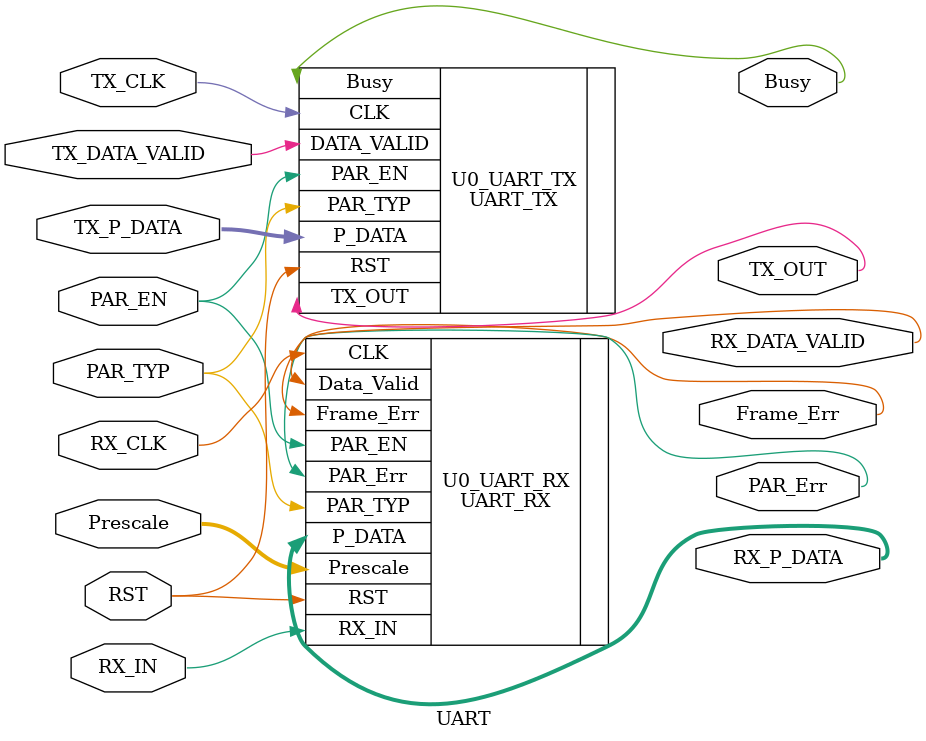
<source format=v>

module UART (
  input       wire                    RST,                // both
  input       wire                    TX_CLK, RX_CLK,     // both 
  input       wire                    RX_IN,              // RX
  input       wire        [5:0]       Prescale,           // RX
  input       wire                    PAR_EN, PAR_TYP,    // both
  input       wire        [7:0]       TX_P_DATA,          // TX
  input       wire                    TX_DATA_VALID,      // TX
  output      wire        [7:0]       RX_P_DATA,          // RX
  output      wire                    RX_DATA_VALID,      // RX
  output      wire                    PAR_Err, Frame_Err, // RX
  output      wire                    TX_OUT, Busy        // TX
);



UART_TX U0_UART_TX (
.RST(RST),
.CLK(TX_CLK),
.PAR_EN(PAR_EN),
.PAR_TYP(PAR_TYP),
.P_DATA(TX_P_DATA),
.DATA_VALID(TX_DATA_VALID),
.TX_OUT(TX_OUT),
.Busy(Busy)
);




UART_RX U0_UART_RX (
.RST(RST),
.CLK(RX_CLK),
.PAR_EN(PAR_EN),
.PAR_TYP(PAR_TYP),
.RX_IN(RX_IN),
.Prescale(Prescale),
.P_DATA(RX_P_DATA),
.PAR_Err(PAR_Err),
.Frame_Err(Frame_Err),
.Data_Valid(RX_DATA_VALID)
);



endmodule
</source>
